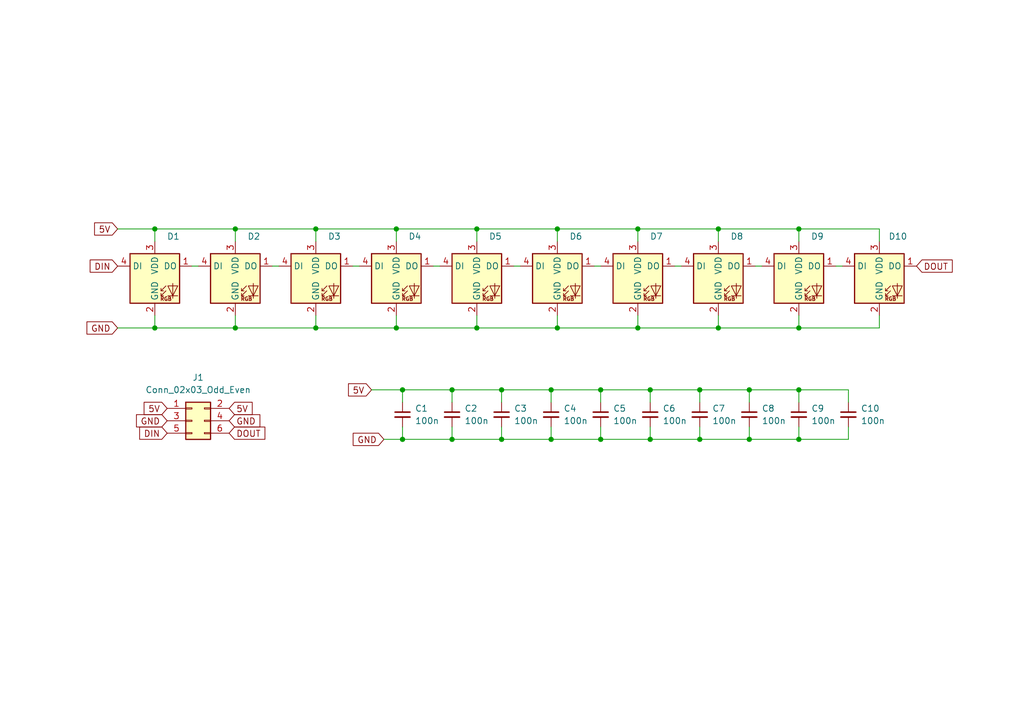
<source format=kicad_sch>
(kicad_sch (version 20231120) (generator "eeschema") (generator_version "8.0")
  (paper "A5")
  (lib_symbols
    (symbol "Connector_Generic:Conn_02x03_Odd_Even" (pin_names (offset 1.016) hide)
      (property "Reference" "J" (at 1.27 5.08 0))
      (property "Value" "Conn_02x03_Odd_Even" (at 1.27 -5.08 0))
      (symbol "Conn_02x03_Odd_Even_1_1"
        (rectangle (start -1.27 -2.413) (end 0 -2.667) (stroke (width 0.1524)))
        (rectangle (start -1.27 0.127) (end 0 -0.127) (stroke (width 0.1524)))
        (rectangle (start -1.27 2.667) (end 0 2.413) (stroke (width 0.1524)))
        (rectangle (start -1.27 3.81) (end 3.81 -3.81) (stroke (width 0.254)) (fill (type background)))
        (rectangle (start 3.81 -2.413) (end 2.54 -2.667) (stroke (width 0.1524)))
        (rectangle (start 3.81 0.127) (end 2.54 -0.127) (stroke (width 0.1524)))
        (rectangle (start 3.81 2.667) (end 2.54 2.413) (stroke (width 0.1524)))
        (pin passive line (at -5.08 2.54 0) (length 3.81) (name "Pin_1") (number "1"))
        (pin passive line (at 7.62 2.54 180) (length 3.81) (name "Pin_2") (number "2"))
        (pin passive line (at -5.08 0 0) (length 3.81) (name "Pin_3") (number "3"))
        (pin passive line (at 7.62 0 180) (length 3.81) (name "Pin_4") (number "4"))
        (pin passive line (at -5.08 -2.54 0) (length 3.81) (name "Pin_5") (number "5"))
        (pin passive line (at 7.62 -2.54 180) (length 3.81) (name "Pin_6") (number "6"))
      )
    )
    (symbol "Device:C_Small" (pin_numbers hide) (pin_names (offset 0.254) hide)
      (property "Reference" "C" (at 0.254 1.778 0))
      (property "Value" "C_Small" (at 0.254 -2.032 0))
      (symbol "C_Small_0_1"
        (polyline (pts (xy -1.524 -0.508) (xy 1.524 -0.508)) (stroke (width 0.3302)))
        (polyline (pts (xy -1.524 0.508) (xy 1.524 0.508)) (stroke (width 0.3048)))
      )
      (symbol "C_Small_1_1"
        (pin passive line (at 0 2.54 270) (length 2.032) (name "~") (number "1"))
        (pin passive line (at 0 -2.54 90) (length 2.032) (name "~") (number "2"))
      )
    )
    (symbol "LED:APA-106-F5"
      (property "Reference" "D" (at 5.08 5.715 0))
      (property "Value" "APA-106-F5" (at 1.27 -5.715 0))
      (symbol "APA-106-F5_0_0"
        (text "RGB" (at 2.286 -4.191 0) (effects (font (size 0.762 0.762))))
      )
      (symbol "APA-106-F5_0_1"
        (polyline (pts (xy 1.27 -3.556) (xy 1.778 -3.556)))
        (polyline (pts (xy 1.27 -2.54) (xy 1.778 -2.54)))
        (polyline (pts (xy 4.699 -3.556) (xy 2.667 -3.556)))
        (polyline (pts (xy 2.286 -2.54) (xy 1.27 -3.556) (xy 1.27 -3.048)))
        (polyline (pts (xy 2.286 -1.524) (xy 1.27 -2.54) (xy 1.27 -2.032)))
        (polyline (pts (xy 3.683 -1.016) (xy 3.683 -3.556) (xy 3.683 -4.064)))
        (polyline (pts (xy 4.699 -1.524) (xy 2.667 -1.524) (xy 3.683 -3.556) (xy 4.699 -1.524)))
        (rectangle (start 5.08 5.08) (end -5.08 -5.08) (stroke (width 0.254)) (fill (type background)))
      )
      (symbol "APA-106-F5_1_1"
        (pin output line (at 7.62 2.54 180) (length 2.54) (name "DO") (number "1"))
        (pin power_in line (at 0 -7.62 90) (length 2.54) (name "GND") (number "2"))
        (pin power_in line (at 0 7.62 270) (length 2.54) (name "VDD") (number "3"))
        (pin input line (at -7.62 2.54 0) (length 2.54) (name "DI") (number "4"))
      )
    )
  )
  (junction (at 153.67 80.01))
  (junction (at 82.55 80.01))
  (junction (at 97.79 67.31))
  (junction (at 143.51 80.01))
  (junction (at 143.51 90.17))
  (junction (at 130.81 67.31))
  (junction (at 130.81 46.99))
  (junction (at 114.3 67.31))
  (junction (at 113.03 80.01))
  (junction (at 123.19 90.17))
  (junction (at 102.87 80.01))
  (junction (at 64.77 67.31))
  (junction (at 48.26 67.31))
  (junction (at 147.32 46.99))
  (junction (at 82.55 90.17))
  (junction (at 81.28 67.31))
  (junction (at 31.75 46.99))
  (junction (at 123.19 80.01))
  (junction (at 163.83 90.17))
  (junction (at 153.67 90.17))
  (junction (at 81.28 46.99))
  (junction (at 48.26 46.99))
  (junction (at 113.03 90.17))
  (junction (at 97.79 46.99))
  (junction (at 114.3 46.99))
  (junction (at 102.87 90.17))
  (junction (at 31.75 67.31))
  (junction (at 147.32 67.31))
  (junction (at 133.35 80.01))
  (junction (at 92.71 80.01))
  (junction (at 163.83 46.99))
  (junction (at 92.71 90.17))
  (junction (at 163.83 80.01))
  (junction (at 163.83 67.31))
  (junction (at 133.35 90.17))
  (junction (at 64.77 46.99))
  (wire (pts (xy 82.55 82.55) (xy 82.55 80.01)))
  (wire (pts (xy 154.94 54.61) (xy 156.21 54.61)))
  (wire (pts (xy 24.13 67.31) (xy 31.75 67.31)))
  (wire (pts (xy 55.88 54.61) (xy 57.15 54.61)))
  (wire (pts (xy 138.43 54.61) (xy 139.7 54.61)))
  (wire (pts (xy 173.99 80.01) (xy 173.99 82.55)))
  (wire (pts (xy 123.19 90.17) (xy 113.03 90.17)))
  (wire (pts (xy 143.51 80.01) (xy 143.51 82.55)))
  (wire (pts (xy 92.71 80.01) (xy 92.71 82.55)))
  (wire (pts (xy 102.87 80.01) (xy 102.87 82.55)))
  (wire (pts (xy 153.67 80.01) (xy 153.67 82.55)))
  (wire (pts (xy 173.99 90.17) (xy 163.83 90.17)))
  (wire (pts (xy 114.3 64.77) (xy 114.3 67.31)))
  (wire (pts (xy 105.41 54.61) (xy 106.68 54.61)))
  (wire (pts (xy 113.03 87.63) (xy 113.03 90.17)))
  (wire (pts (xy 163.83 80.01) (xy 173.99 80.01)))
  (wire (pts (xy 163.83 67.31) (xy 180.34 67.31)))
  (wire (pts (xy 133.35 80.01) (xy 143.51 80.01)))
  (wire (pts (xy 40.64 54.61) (xy 39.37 54.61)))
  (wire (pts (xy 130.81 67.31) (xy 130.81 64.77)))
  (wire (pts (xy 102.87 90.17) (xy 92.71 90.17)))
  (wire (pts (xy 92.71 80.01) (xy 102.87 80.01)))
  (wire (pts (xy 64.77 64.77) (xy 64.77 67.31)))
  (wire (pts (xy 97.79 46.99) (xy 97.79 49.53)))
  (wire (pts (xy 143.51 90.17) (xy 133.35 90.17)))
  (wire (pts (xy 31.75 67.31) (xy 48.26 67.31)))
  (wire (pts (xy 163.83 80.01) (xy 163.83 82.55)))
  (wire (pts (xy 88.9 54.61) (xy 90.17 54.61)))
  (wire (pts (xy 114.3 46.99) (xy 114.3 49.53)))
  (wire (pts (xy 130.81 46.99) (xy 147.32 46.99)))
  (wire (pts (xy 97.79 67.31) (xy 97.79 64.77)))
  (wire (pts (xy 64.77 46.99) (xy 64.77 49.53)))
  (wire (pts (xy 82.55 80.01) (xy 92.71 80.01)))
  (wire (pts (xy 113.03 80.01) (xy 123.19 80.01)))
  (wire (pts (xy 48.26 46.99) (xy 64.77 46.99)))
  (wire (pts (xy 92.71 87.63) (xy 92.71 90.17)))
  (wire (pts (xy 153.67 80.01) (xy 163.83 80.01)))
  (wire (pts (xy 163.83 46.99) (xy 163.83 49.53)))
  (wire (pts (xy 31.75 46.99) (xy 48.26 46.99)))
  (wire (pts (xy 64.77 46.99) (xy 81.28 46.99)))
  (wire (pts (xy 143.51 87.63) (xy 143.51 90.17)))
  (wire (pts (xy 121.92 54.61) (xy 123.19 54.61)))
  (wire (pts (xy 81.28 46.99) (xy 97.79 46.99)))
  (wire (pts (xy 147.32 46.99) (xy 163.83 46.99)))
  (wire (pts (xy 97.79 67.31) (xy 114.3 67.31)))
  (wire (pts (xy 163.83 87.63) (xy 163.83 90.17)))
  (wire (pts (xy 82.55 90.17) (xy 82.55 87.63)))
  (wire (pts (xy 143.51 80.01) (xy 153.67 80.01)))
  (wire (pts (xy 31.75 49.53) (xy 31.75 46.99)))
  (wire (pts (xy 97.79 46.99) (xy 114.3 46.99)))
  (wire (pts (xy 153.67 90.17) (xy 143.51 90.17)))
  (wire (pts (xy 113.03 90.17) (xy 102.87 90.17)))
  (wire (pts (xy 147.32 67.31) (xy 163.83 67.31)))
  (wire (pts (xy 130.81 67.31) (xy 147.32 67.31)))
  (wire (pts (xy 24.13 46.99) (xy 31.75 46.99)))
  (wire (pts (xy 102.87 80.01) (xy 113.03 80.01)))
  (wire (pts (xy 123.19 80.01) (xy 123.19 82.55)))
  (wire (pts (xy 173.99 87.63) (xy 173.99 90.17)))
  (wire (pts (xy 114.3 67.31) (xy 130.81 67.31)))
  (wire (pts (xy 163.83 46.99) (xy 180.34 46.99)))
  (wire (pts (xy 153.67 87.63) (xy 153.67 90.17)))
  (wire (pts (xy 133.35 90.17) (xy 123.19 90.17)))
  (wire (pts (xy 78.74 90.17) (xy 82.55 90.17)))
  (wire (pts (xy 180.34 46.99) (xy 180.34 49.53)))
  (wire (pts (xy 123.19 80.01) (xy 133.35 80.01)))
  (wire (pts (xy 81.28 67.31) (xy 97.79 67.31)))
  (wire (pts (xy 64.77 67.31) (xy 81.28 67.31)))
  (wire (pts (xy 147.32 67.31) (xy 147.32 64.77)))
  (wire (pts (xy 48.26 67.31) (xy 64.77 67.31)))
  (wire (pts (xy 163.83 67.31) (xy 163.83 64.77)))
  (wire (pts (xy 102.87 87.63) (xy 102.87 90.17)))
  (wire (pts (xy 163.83 90.17) (xy 153.67 90.17)))
  (wire (pts (xy 81.28 64.77) (xy 81.28 67.31)))
  (wire (pts (xy 81.28 46.99) (xy 81.28 49.53)))
  (wire (pts (xy 133.35 80.01) (xy 133.35 82.55)))
  (wire (pts (xy 171.45 54.61) (xy 172.72 54.61)))
  (wire (pts (xy 72.39 54.61) (xy 73.66 54.61)))
  (wire (pts (xy 180.34 64.77) (xy 180.34 67.31)))
  (wire (pts (xy 92.71 90.17) (xy 82.55 90.17)))
  (wire (pts (xy 123.19 87.63) (xy 123.19 90.17)))
  (wire (pts (xy 48.26 46.99) (xy 48.26 49.53)))
  (wire (pts (xy 130.81 46.99) (xy 130.81 49.53)))
  (wire (pts (xy 48.26 64.77) (xy 48.26 67.31)))
  (wire (pts (xy 133.35 87.63) (xy 133.35 90.17)))
  (wire (pts (xy 31.75 64.77) (xy 31.75 67.31)))
  (wire (pts (xy 114.3 46.99) (xy 130.81 46.99)))
  (wire (pts (xy 147.32 46.99) (xy 147.32 49.53)))
  (wire (pts (xy 113.03 80.01) (xy 113.03 82.55)))
  (wire (pts (xy 76.2 80.01) (xy 82.55 80.01)))
  (global_label "5V" (shape input) (at 76.2 80.01 180) (property "Intersheetrefs" "${INTERSHEET_REFS}" (effects (hide yes))))
  (global_label "GND" (shape input) (at 34.29 86.36 180) (property "Intersheetrefs" "${INTERSHEET_REFS}" (effects (hide yes))))
  (global_label "5V" (shape input) (at 46.99 83.82 0) (property "Intersheetrefs" "${INTERSHEET_REFS}" (effects (hide yes))))
  (global_label "GND" (shape input) (at 24.13 67.31 180) (property "Intersheetrefs" "${INTERSHEET_REFS}" (effects (hide yes))))
  (global_label "DIN" (shape input) (at 24.13 54.61 180) (property "Intersheetrefs" "${INTERSHEET_REFS}" (effects (hide yes))))
  (global_label "GND" (shape input) (at 78.74 90.17 180) (property "Intersheetrefs" "${INTERSHEET_REFS}" (effects (hide yes))))
  (global_label "DOUT" (shape input) (at 46.99 88.9 0) (property "Intersheetrefs" "${INTERSHEET_REFS}" (effects (hide yes))))
  (global_label "GND" (shape input) (at 46.99 86.36 0) (property "Intersheetrefs" "${INTERSHEET_REFS}" (effects (hide yes))))
  (global_label "DOUT" (shape input) (at 187.96 54.61 0) (property "Intersheetrefs" "${INTERSHEET_REFS}" (effects (hide yes))))
  (global_label "5V" (shape input) (at 24.13 46.99 180) (property "Intersheetrefs" "${INTERSHEET_REFS}" (effects (hide yes))))
  (global_label "DIN" (shape input) (at 34.29 88.9 180) (property "Intersheetrefs" "${INTERSHEET_REFS}" (effects (hide yes))))
  (global_label "5V" (shape input) (at 34.29 83.82 180) (property "Intersheetrefs" "${INTERSHEET_REFS}" (effects (hide yes))))
  (symbol (lib_id "LED:APA-106-F5") (at 97.79 57.15 0) (unit 1)
    (property "Reference" "D5" (at 101.6 48.514 0))
    (property "Value" "APA-106-F5" (effects (hide yes)))
    (property "Footprint" "WS2812D:WS2812D" (effects (hide yes)))
    (property "Datasheet" "https://cdn.sparkfun.com/datasheets/Components/LED/COM-12877.pdf" (effects (hide yes)))
    (property "Description" "RGB LED with integrated controller, 5mm Package" (effects (hide yes)))
  )
  (symbol (lib_id "Device:C_Small") (at 123.19 85.09 0) (unit 1)
    (property "Reference" "C5" (at 125.73 83.8262 0) (effects (justify left)))
    (property "Value" "100n" (at 125.73 86.3662 0) (effects (justify left)))
    (property "Footprint" "Capacitor_SMD:C_0603_1608Metric" (effects (hide yes)))
    (property "Description" "Unpolarized capacitor, small symbol" (effects (hide yes)))
  )
  (symbol (lib_id "LED:APA-106-F5") (at 163.83 57.15 0) (unit 1)
    (property "Reference" "D9" (at 167.64 48.514 0))
    (property "Value" "APA-106-F5" (effects (hide yes)))
    (property "Footprint" "WS2812D:WS2812D" (effects (hide yes)))
    (property "Datasheet" "https://cdn.sparkfun.com/datasheets/Components/LED/COM-12877.pdf" (effects (hide yes)))
    (property "Description" "RGB LED with integrated controller, 5mm Package" (effects (hide yes)))
  )
  (symbol (lib_id "LED:APA-106-F5") (at 64.77 57.15 0) (unit 1)
    (property "Reference" "D3" (at 68.58 48.514 0))
    (property "Value" "APA-106-F5" (effects (hide yes)))
    (property "Footprint" "WS2812D:WS2812D" (effects (hide yes)))
    (property "Datasheet" "https://cdn.sparkfun.com/datasheets/Components/LED/COM-12877.pdf" (effects (hide yes)))
    (property "Description" "RGB LED with integrated controller, 5mm Package" (effects (hide yes)))
  )
  (symbol (lib_id "Device:C_Small") (at 92.71 85.09 0) (unit 1)
    (property "Reference" "C2" (at 95.25 83.8262 0) (effects (justify left)))
    (property "Value" "100n" (at 95.25 86.3662 0) (effects (justify left)))
    (property "Footprint" "Capacitor_SMD:C_0603_1608Metric" (effects (hide yes)))
    (property "Description" "Unpolarized capacitor, small symbol" (effects (hide yes)))
  )
  (symbol (lib_id "Device:C_Small") (at 163.83 85.09 0) (unit 1)
    (property "Reference" "C9" (at 166.37 83.8262 0) (effects (justify left)))
    (property "Value" "100n" (at 166.37 86.3662 0) (effects (justify left)))
    (property "Footprint" "Capacitor_SMD:C_0603_1608Metric" (effects (hide yes)))
    (property "Description" "Unpolarized capacitor, small symbol" (effects (hide yes)))
  )
  (symbol (lib_id "Device:C_Small") (at 143.51 85.09 0) (unit 1)
    (property "Reference" "C7" (at 146.05 83.8262 0) (effects (justify left)))
    (property "Value" "100n" (at 146.05 86.3662 0) (effects (justify left)))
    (property "Footprint" "Capacitor_SMD:C_0603_1608Metric" (effects (hide yes)))
    (property "Description" "Unpolarized capacitor, small symbol" (effects (hide yes)))
  )
  (symbol (lib_id "Connector_Generic:Conn_02x03_Odd_Even") (at 39.37 86.36 0) (unit 1)
    (property "Reference" "J1" (at 40.64 77.47 0))
    (property "Value" "Conn_02x03_Odd_Even" (at 40.64 80.01 0))
    (property "Footprint" "Connector_PinHeader_2.54mm:PinHeader_2x03_P2.54mm_Vertical_SMD" (effects (hide yes)))
    (property "Description" "Generic connector, double row, 02x03, odd/even pin numbering scheme (row 1 odd numbers, row 2 even numbers), script generated (kicad-library-utils/schlib/autogen/connector/)" (effects (hide yes)))
  )
  (symbol (lib_id "Device:C_Small") (at 102.87 85.09 0) (unit 1)
    (property "Reference" "C3" (at 105.41 83.8262 0) (effects (justify left)))
    (property "Value" "100n" (at 105.41 86.3662 0) (effects (justify left)))
    (property "Footprint" "Capacitor_SMD:C_0603_1608Metric" (effects (hide yes)))
    (property "Description" "Unpolarized capacitor, small symbol" (effects (hide yes)))
  )
  (symbol (lib_id "Device:C_Small") (at 153.67 85.09 0) (unit 1)
    (property "Reference" "C8" (at 156.21 83.8262 0) (effects (justify left)))
    (property "Value" "100n" (at 156.21 86.3662 0) (effects (justify left)))
    (property "Footprint" "Capacitor_SMD:C_0603_1608Metric" (effects (hide yes)))
    (property "Description" "Unpolarized capacitor, small symbol" (effects (hide yes)))
  )
  (symbol (lib_id "Device:C_Small") (at 133.35 85.09 0) (unit 1)
    (property "Reference" "C6" (at 135.89 83.8262 0) (effects (justify left)))
    (property "Value" "100n" (at 135.89 86.3662 0) (effects (justify left)))
    (property "Footprint" "Capacitor_SMD:C_0603_1608Metric" (effects (hide yes)))
    (property "Description" "Unpolarized capacitor, small symbol" (effects (hide yes)))
  )
  (symbol (lib_id "LED:APA-106-F5") (at 114.3 57.15 0) (unit 1)
    (property "Reference" "D6" (at 118.11 48.514 0))
    (property "Value" "APA-106-F5" (effects (hide yes)))
    (property "Footprint" "WS2812D:WS2812D" (effects (hide yes)))
    (property "Datasheet" "https://cdn.sparkfun.com/datasheets/Components/LED/COM-12877.pdf" (effects (hide yes)))
    (property "Description" "RGB LED with integrated controller, 5mm Package" (effects (hide yes)))
  )
  (symbol (lib_id "LED:APA-106-F5") (at 81.28 57.15 0) (unit 1)
    (property "Reference" "D4" (at 85.09 48.514 0))
    (property "Value" "APA-106-F5" (effects (hide yes)))
    (property "Footprint" "WS2812D:WS2812D" (effects (hide yes)))
    (property "Datasheet" "https://cdn.sparkfun.com/datasheets/Components/LED/COM-12877.pdf" (effects (hide yes)))
    (property "Description" "RGB LED with integrated controller, 5mm Package" (effects (hide yes)))
  )
  (symbol (lib_id "LED:APA-106-F5") (at 180.34 57.15 0) (unit 1)
    (property "Reference" "D10" (at 184.15 48.514 0))
    (property "Value" "APA-106-F5" (effects (hide yes)))
    (property "Footprint" "WS2812D:WS2812D" (effects (hide yes)))
    (property "Datasheet" "https://cdn.sparkfun.com/datasheets/Components/LED/COM-12877.pdf" (effects (hide yes)))
    (property "Description" "RGB LED with integrated controller, 5mm Package" (effects (hide yes)))
  )
  (symbol (lib_id "Device:C_Small") (at 113.03 85.09 0) (unit 1)
    (property "Reference" "C4" (at 115.57 83.8262 0) (effects (justify left)))
    (property "Value" "100n" (at 115.57 86.3662 0) (effects (justify left)))
    (property "Footprint" "Capacitor_SMD:C_0603_1608Metric" (effects (hide yes)))
    (property "Description" "Unpolarized capacitor, small symbol" (effects (hide yes)))
  )
  (symbol (lib_id "LED:APA-106-F5") (at 31.75 57.15 0) (unit 1)
    (property "Reference" "D1" (at 35.56 48.514 0))
    (property "Value" "APA-106-F5" (effects (hide yes)))
    (property "Footprint" "WS2812D:WS2812D" (effects (hide yes)))
    (property "Datasheet" "https://cdn.sparkfun.com/datasheets/Components/LED/COM-12877.pdf" (effects (hide yes)))
    (property "Description" "RGB LED with integrated controller, 5mm Package" (effects (hide yes)))
  )
  (symbol (lib_id "LED:APA-106-F5") (at 147.32 57.15 0) (unit 1)
    (property "Reference" "D8" (at 151.13 48.514 0))
    (property "Value" "APA-106-F5" (effects (hide yes)))
    (property "Footprint" "WS2812D:WS2812D" (effects (hide yes)))
    (property "Datasheet" "https://cdn.sparkfun.com/datasheets/Components/LED/COM-12877.pdf" (effects (hide yes)))
    (property "Description" "RGB LED with integrated controller, 5mm Package" (effects (hide yes)))
  )
  (symbol (lib_id "Device:C_Small") (at 173.99 85.09 0) (unit 1)
    (property "Reference" "C10" (at 176.53 83.8262 0) (effects (justify left)))
    (property "Value" "100n" (at 176.53 86.3662 0) (effects (justify left)))
    (property "Footprint" "Capacitor_SMD:C_0603_1608Metric" (effects (hide yes)))
    (property "Description" "Unpolarized capacitor, small symbol" (effects (hide yes)))
  )
  (symbol (lib_id "LED:APA-106-F5") (at 130.81 57.15 0) (unit 1)
    (property "Reference" "D7" (at 134.62 48.514 0))
    (property "Value" "APA-106-F5" (effects (hide yes)))
    (property "Footprint" "WS2812D:WS2812D" (effects (hide yes)))
    (property "Datasheet" "https://cdn.sparkfun.com/datasheets/Components/LED/COM-12877.pdf" (effects (hide yes)))
    (property "Description" "RGB LED with integrated controller, 5mm Package" (effects (hide yes)))
  )
  (symbol (lib_id "Device:C_Small") (at 82.55 85.09 0) (unit 1)
    (property "Reference" "C1" (at 85.09 83.8262 0) (effects (justify left)))
    (property "Value" "100n" (at 85.09 86.3662 0) (effects (justify left)))
    (property "Footprint" "Capacitor_SMD:C_0603_1608Metric" (effects (hide yes)))
    (property "Description" "Unpolarized capacitor, small symbol" (effects (hide yes)))
  )
  (symbol (lib_id "LED:APA-106-F5") (at 48.26 57.15 0) (unit 1)
    (property "Reference" "D2" (at 52.07 48.514 0))
    (property "Value" "APA-106-F5" (effects (hide yes)))
    (property "Footprint" "WS2812D:WS2812D" (effects (hide yes)))
    (property "Datasheet" "https://cdn.sparkfun.com/datasheets/Components/LED/COM-12877.pdf" (effects (hide yes)))
    (property "Description" "RGB LED with integrated controller, 5mm Package" (effects (hide yes)))
  )
)
</source>
